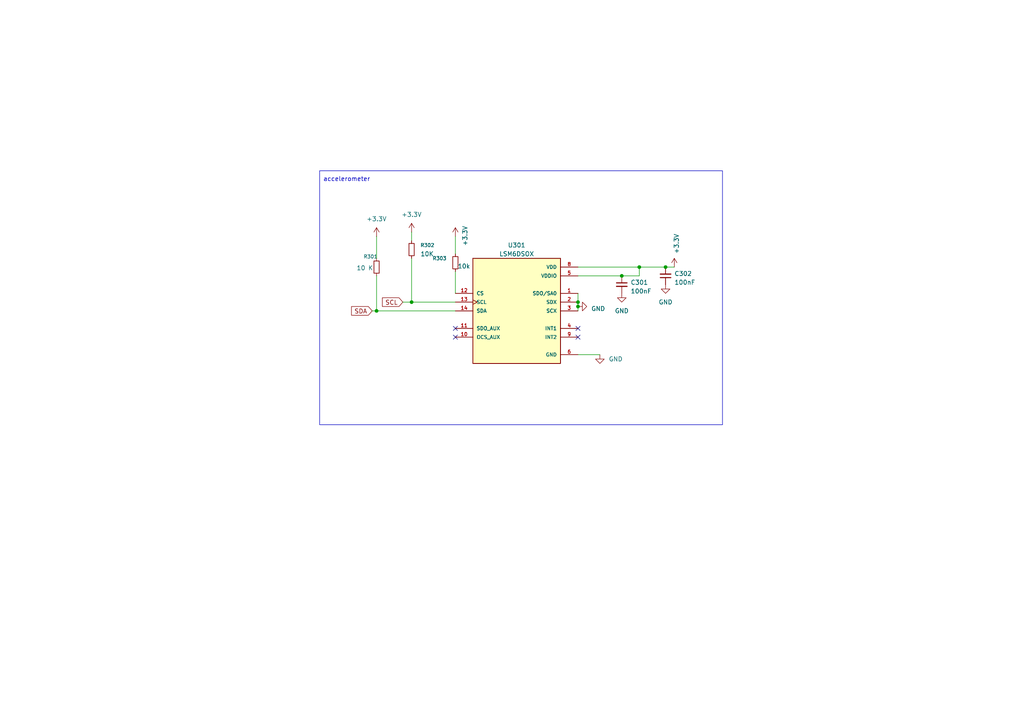
<source format=kicad_sch>
(kicad_sch (version 20250114) (generator "eeschema") (generator_version "9.0")
  (paper "A4")
  (lib_symbols
    (symbol "+3.3V_1" (power) (pin_numbers (hide yes)) (pin_names (offset 0) (hide yes))
      (property "Value" "+3.3V" (at 0 3.556 0))
      (symbol "+3.3V_1_0_1"
        (polyline (pts (xy -0.762 1.27) (xy 0 2.54)))
        (polyline (pts (xy 0 2.54) (xy 0.762 1.27)))
        (polyline (pts (xy 0 0) (xy 0 2.54)))
      )
      (symbol "+3.3V_1_1_1"
        (pin power_in line (at 0 0 90) (length 0) (name "~") (number "1"))
      )
    )
    (symbol "+3.3V_2" (power) (pin_numbers (hide yes)) (pin_names (offset 0) (hide yes))
      (property "Value" "+3.3V" (at 0 3.556 0))
      (symbol "+3.3V_2_0_1"
        (polyline (pts (xy -0.762 1.27) (xy 0 2.54)))
        (polyline (pts (xy 0 2.54) (xy 0.762 1.27)))
        (polyline (pts (xy 0 0) (xy 0 2.54)))
      )
      (symbol "+3.3V_2_1_1"
        (pin power_in line (at 0 0 90) (length 0) (name "~") (number "1"))
      )
    )
    (symbol "Device:C_Small" (pin_numbers (hide yes)) (pin_names (offset 0.254) (hide yes))
      (property "Reference" "C" (at 0.254 1.778 0))
      (property "Value" "C_Small" (at 0.254 -2.032 0))
      (symbol "C_Small_0_1"
        (polyline (pts (xy -1.524 0.508) (xy 1.524 0.508)) (stroke (width 0.3048)))
        (polyline (pts (xy -1.524 -0.508) (xy 1.524 -0.508)) (stroke (width 0.3302)))
      )
      (symbol "C_Small_1_1"
        (pin passive line (at 0 2.54 270) (length 2.032) (name "~") (number "1"))
        (pin passive line (at 0 -2.54 90) (length 2.032) (name "~") (number "2"))
      )
    )
    (symbol "Device:R_Small" (pin_numbers (hide yes)) (pin_names (offset 0.254) (hide yes))
      (property "Reference" "R" (at 0 0 90))
      (property "Value" "R_Small" (at 1.778 0 90))
      (symbol "R_Small_0_1"
        (rectangle (start -0.762 1.778) (end 0.762 -1.778) (stroke (width 0.2032)))
      )
      (symbol "R_Small_1_1"
        (pin passive line (at 0 2.54 270) (length 0.762) (name "~") (number "1"))
        (pin passive line (at 0 -2.54 90) (length 0.762) (name "~") (number "2"))
      )
    )
    (symbol "LSM6DSOX:LSM6DSOX" (pin_names (offset 1.016))
      (property "Reference" "U" (at -12.7 16.002 0))
      (property "Value" "LSM6DSOX" (at -12.7 -17.78 0))
      (symbol "LSM6DSOX_0_0"
        (rectangle (start -12.7 -15.24) (end 12.7 15.24) (stroke (width 0.254)) (fill (type background)))
        (pin input line (at -17.78 5.08 0) (length 5.08) (name "CS") (number "12"))
        (pin input clock (at -17.78 2.54 0) (length 5.08) (name "SCL") (number "13"))
        (pin bidirectional line (at -17.78 0 0) (length 5.08) (name "SDA") (number "14"))
        (pin bidirectional line (at -17.78 -5.08 0) (length 5.08) (name "SDO_AUX") (number "11"))
        (pin bidirectional line (at -17.78 -7.62 0) (length 5.08) (name "OCS_AUX") (number "10"))
        (pin power_in line (at 17.78 12.7 180) (length 5.08) (name "VDD") (number "8"))
        (pin power_in line (at 17.78 10.16 180) (length 5.08) (name "VDDIO") (number "5"))
        (pin bidirectional line (at 17.78 5.08 180) (length 5.08) (name "SDO/SA0") (number "1"))
        (pin bidirectional line (at 17.78 2.54 180) (length 5.08) (name "SDX") (number "2"))
        (pin bidirectional line (at 17.78 0 180) (length 5.08) (name "SCX") (number "3"))
        (pin output line (at 17.78 -5.08 180) (length 5.08) (name "INT1") (number "4"))
        (pin output line (at 17.78 -7.62 180) (length 5.08) (name "INT2") (number "9"))
        (pin power_in line (at 17.78 -12.7 180) (length 5.08) (name "GND") (number "6"))
        (pin power_in line (at 17.78 -12.7 180) (length 5.08) (hide yes) (name "GND") (number "7"))
      )
    )
    (symbol "power:+3.3V" (power) (pin_names (offset 0))
      (property "Value" "+3.3V" (at 0 3.556 0))
      (symbol "+3.3V_0_1"
        (polyline (pts (xy -0.762 1.27) (xy 0 2.54)))
        (polyline (pts (xy 0 2.54) (xy 0.762 1.27)))
        (polyline (pts (xy 0 0) (xy 0 2.54)))
      )
      (symbol "+3.3V_1_1"
        (pin power_in line (at 0 0 90) (length 0) (hide yes) (name "+3.3V") (number "1"))
      )
    )
    (symbol "power:GND" (power) (pin_names (offset 0))
      (property "Value" "GND" (at 0 -3.81 0))
      (symbol "GND_0_1"
        (polyline (pts (xy 0 0) (xy 0 -1.27) (xy 1.27 -1.27) (xy 0 -2.54) (xy -1.27 -1.27) (xy 0 -1.27)))
      )
      (symbol "GND_1_1"
        (pin power_in line (at 0 0 270) (length 0) (hide yes) (name "GND") (number "1"))
      )
    )
  )
  (rectangle (start 92.71 49.53) (end 209.55 123.19))
  (text "accelerometer\n" (at 93.726 52.832 0) (effects (font (size 1.27 1.27)) (justify left bottom)))
  (junction (at 167.64 88.9))
  (junction (at 185.42 77.47))
  (junction (at 119.38 87.63))
  (junction (at 167.64 87.63))
  (junction (at 193.04 77.47))
  (junction (at 180.34 80.01))
  (junction (at 109.22 90.17))
  (no_connect (at 167.64 97.79))
  (no_connect (at 132.08 97.79))
  (no_connect (at 132.08 95.25))
  (no_connect (at 167.64 95.25))
  (wire (pts (xy 109.22 90.17) (xy 132.08 90.17)))
  (wire (pts (xy 167.64 88.9) (xy 167.64 90.17)))
  (wire (pts (xy 119.38 67.31) (xy 119.38 69.85)))
  (wire (pts (xy 185.42 77.47) (xy 185.42 80.01)))
  (wire (pts (xy 185.42 77.47) (xy 193.04 77.47)))
  (wire (pts (xy 132.08 68.58) (xy 132.08 73.66)))
  (wire (pts (xy 167.64 85.09) (xy 167.64 87.63)))
  (wire (pts (xy 167.64 77.47) (xy 185.42 77.47)))
  (wire (pts (xy 109.22 80.01) (xy 109.22 90.17)))
  (wire (pts (xy 109.22 68.58) (xy 109.22 74.93)))
  (wire (pts (xy 180.34 80.01) (xy 167.64 80.01)))
  (wire (pts (xy 119.38 87.63) (xy 132.08 87.63)))
  (wire (pts (xy 185.42 80.01) (xy 180.34 80.01)))
  (wire (pts (xy 167.64 87.63) (xy 167.64 88.9)))
  (wire (pts (xy 195.58 77.47) (xy 193.04 77.47)))
  (wire (pts (xy 107.95 90.17) (xy 109.22 90.17)))
  (wire (pts (xy 132.08 78.74) (xy 132.08 85.09)))
  (wire (pts (xy 119.38 74.93) (xy 119.38 87.63)))
  (wire (pts (xy 167.64 102.87) (xy 173.99 102.87)))
  (wire (pts (xy 116.84 87.63) (xy 119.38 87.63)))
  (global_label "SDA" (shape input) (at 107.95 90.17 180) (property "Intersheetrefs" "${INTERSHEET_REFS}" (effects (hide yes))))
  (global_label "SCL" (shape input) (at 116.84 87.63 180) (property "Intersheetrefs" "${INTERSHEET_REFS}" (effects (hide yes))))
  (symbol (lib_id "power:GND") (at 167.64 88.9 90) (unit 1)
    (property "Reference" "#PWR0304" (effects (hide yes)))
    (property "Value" "GND" (at 171.45 89.535 90) (effects (justify right)))
  )
  (symbol (lib_name "+3.3V_1") (lib_id "power:+3.3V") (at 119.38 67.31 0) (unit 1)
    (property "Reference" "#PWR0302" (effects (hide yes)))
    (property "Value" "+3.3V" (at 119.38 62.23 0))
    (property "Description" "Power symbol creates a global label with name \"+3.3V\"" (effects (hide yes)))
  )
  (symbol (lib_id "power:GND") (at 173.99 102.87 0) (unit 1)
    (property "Reference" "#PWR0305" (effects (hide yes)))
    (property "Value" "GND" (at 176.53 104.1399 0) (effects (justify left)))
  )
  (symbol (lib_name "+3.3V_2") (lib_id "power:+3.3V") (at 109.22 68.58 0) (unit 1)
    (property "Reference" "#PWR0301" (effects (hide yes)))
    (property "Value" "+3.3V" (at 109.22 63.5 0))
    (property "Description" "Power symbol creates a global label with name \"+3.3V\"" (effects (hide yes)))
  )
  (symbol (lib_id "Device:R_Small") (at 119.38 72.39 0) (unit 1)
    (property "Reference" "R302" (at 121.92 71.1199 0) (effects (font (size 1.016 1.016)) (justify left)))
    (property "Value" "10K" (at 121.92 73.6599 0) (effects (justify left)))
    (property "Footprint" "Resistor_SMD:R_0603_1608Metric" (effects (hide yes)))
    (property "Description" "Resistor, small symbol" (effects (hide yes)))
  )
  (symbol (lib_id "power:+3.3V") (at 195.58 77.47 0) (unit 1)
    (property "Reference" "#PWR0308" (effects (hide yes)))
    (property "Value" "+3.3V" (at 196.215 73.66 90) (effects (justify left)))
  )
  (symbol (lib_id "power:GND") (at 193.04 82.55 0) (unit 1)
    (property "Reference" "#PWR0307" (effects (hide yes)))
    (property "Value" "GND" (at 193.04 87.63 0))
  )
  (symbol (lib_id "Device:R_Small") (at 132.08 76.2 0) (mirror y) (unit 1)
    (property "Reference" "R303" (at 129.54 74.9299 0) (effects (font (size 1.016 1.016)) (justify left)))
    (property "Value" "10k" (at 136.398 77.216 0) (effects (justify left)))
    (property "Footprint" "Resistor_SMD:R_0603_1608Metric" (effects (hide yes)))
    (property "Description" "Resistor, small symbol" (effects (hide yes)))
  )
  (symbol (lib_id "power:+3.3V") (at 132.08 68.58 0) (unit 1)
    (property "Reference" "#PWR0303" (effects (hide yes)))
    (property "Value" "+3.3V" (at 134.874 71.374 90) (effects (justify left)))
  )
  (symbol (lib_id "Device:R_Small") (at 109.22 77.47 0) (unit 1)
    (property "Reference" "R301" (at 105.41 74.422 0) (effects (font (size 1.016 1.016)) (justify left)))
    (property "Value" "10 K" (at 103.378 77.724 0) (effects (justify left)))
    (property "Footprint" "Resistor_SMD:R_0603_1608Metric" (effects (hide yes)))
    (property "Description" "Resistor, small symbol" (effects (hide yes)))
  )
  (symbol (lib_id "Device:C_Small") (at 180.34 82.55 0) (unit 1)
    (property "Reference" "C301" (at 182.88 81.9213 0) (effects (justify left)))
    (property "Value" "100nF" (at 182.88 84.4613 0) (effects (justify left)))
    (property "Footprint" "Capacitor_SMD:C_0603_1608Metric" (effects (hide yes)))
  )
  (symbol (lib_id "power:GND") (at 180.34 85.09 0) (unit 1)
    (property "Reference" "#PWR0306" (effects (hide yes)))
    (property "Value" "GND" (at 180.34 90.17 0))
  )
  (symbol (lib_id "LSM6DSOX:LSM6DSOX") (at 149.86 90.17 0) (unit 1)
    (property "Reference" "U301" (at 149.86 71.12 0))
    (property "Value" "LSM6DSOX" (at 149.86 73.66 0))
    (property "Footprint" "Package_LGA:LGA-14_3x2.5mm_P0.5mm_LayoutBorder3x4y" (effects (hide yes)))
    (property "Description" "\n                        \n                            3D Accelerometer and 3D Gyroscope Sensor Digital Output 1.8V 14-Pin LGA T/R\n                        \n" (effects (hide yes)))
    (property "MF" "STMicroelectronics" (effects (hide yes)))
    (property "Package" "VFLGA-14 STMicroelectronics" (effects (hide yes)))
    (property "Price" "None" (effects (hide yes)))
    (property "Check_prices" "https://www.snapeda.com/parts/LSM6DSOX/STMicroelectronics/view-part/?ref=eda" (effects (hide yes)))
    (property "STANDARD" "IPC7351B" (effects (hide yes)))
    (property "PARTREV" "3.0" (effects (hide yes)))
    (property "SnapEDA_Link" "https://www.snapeda.com/parts/LSM6DSOX/STMicroelectronics/view-part/?ref=snap" (effects (hide yes)))
    (property "MP" "LSM6DSOX" (effects (hide yes)))
    (property "Availability" "In Stock" (effects (hide yes)))
    (property "MANUFACTURER" "ST Microelectronics" (effects (hide yes)))
  )
  (symbol (lib_id "Device:C_Small") (at 193.04 80.01 180) (unit 1)
    (property "Reference" "C302" (at 195.58 79.3686 0) (effects (justify right)))
    (property "Value" "100nF" (at 195.58 81.9086 0) (effects (justify right)))
    (property "Footprint" "Capacitor_SMD:C_0603_1608Metric" (effects (hide yes)))
  )
)
</source>
